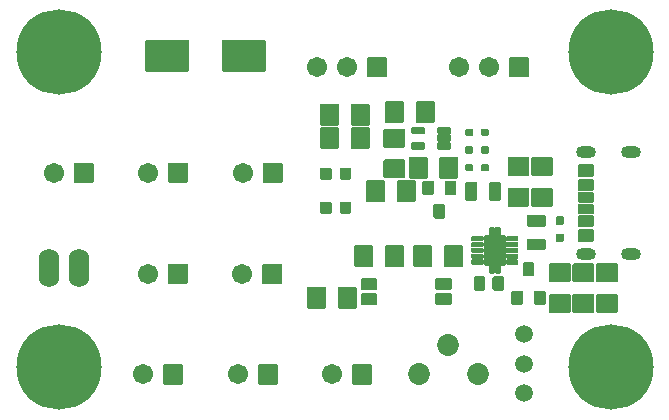
<source format=gbr>
%TF.GenerationSoftware,KiCad,Pcbnew,(5.1.10)-1*%
%TF.CreationDate,2022-12-17T00:46:14+09:00*%
%TF.ProjectId,USB_JST-XH_Converter,5553425f-4a53-4542-9d58-485f436f6e76,rev?*%
%TF.SameCoordinates,Original*%
%TF.FileFunction,Soldermask,Top*%
%TF.FilePolarity,Negative*%
%FSLAX46Y46*%
G04 Gerber Fmt 4.6, Leading zero omitted, Abs format (unit mm)*
G04 Created by KiCad (PCBNEW (5.1.10)-1) date 2022-12-17 00:46:14*
%MOMM*%
%LPD*%
G01*
G04 APERTURE LIST*
%ADD10C,7.213600*%
%ADD11C,3.200000*%
%ADD12O,1.700000X1.000000*%
%ADD13C,1.711200*%
%ADD14C,1.511200*%
%ADD15C,1.853200*%
%ADD16O,1.727200X3.251200*%
G04 APERTURE END LIST*
D10*
%TO.C,H1*%
X125131100Y-91628600D03*
D11*
X125131100Y-91628600D03*
%TD*%
D10*
%TO.C,H4*%
X171871100Y-118328600D03*
D11*
X171871100Y-118328600D03*
%TD*%
%TO.C,USB1*%
G36*
G01*
X170447700Y-102508600D02*
X170447700Y-103308600D01*
G75*
G02*
X170346100Y-103410200I-101600J0D01*
G01*
X169196100Y-103410200D01*
G75*
G02*
X169094500Y-103308600I0J101600D01*
G01*
X169094500Y-102508600D01*
G75*
G02*
X169196100Y-102407000I101600J0D01*
G01*
X170346100Y-102407000D01*
G75*
G02*
X170447700Y-102508600I0J-101600D01*
G01*
G37*
G36*
G01*
X170447700Y-103578600D02*
X170447700Y-104278600D01*
G75*
G02*
X170346100Y-104380200I-101600J0D01*
G01*
X169196100Y-104380200D01*
G75*
G02*
X169094500Y-104278600I0J101600D01*
G01*
X169094500Y-103578600D01*
G75*
G02*
X169196100Y-103477000I101600J0D01*
G01*
X170346100Y-103477000D01*
G75*
G02*
X170447700Y-103578600I0J-101600D01*
G01*
G37*
G36*
G01*
X170447700Y-104578600D02*
X170447700Y-105278600D01*
G75*
G02*
X170346100Y-105380200I-101600J0D01*
G01*
X169196100Y-105380200D01*
G75*
G02*
X169094500Y-105278600I0J101600D01*
G01*
X169094500Y-104578600D01*
G75*
G02*
X169196100Y-104477000I101600J0D01*
G01*
X170346100Y-104477000D01*
G75*
G02*
X170447700Y-104578600I0J-101600D01*
G01*
G37*
G36*
G01*
X170447700Y-105548600D02*
X170447700Y-106348600D01*
G75*
G02*
X170346100Y-106450200I-101600J0D01*
G01*
X169196100Y-106450200D01*
G75*
G02*
X169094500Y-106348600I0J101600D01*
G01*
X169094500Y-105548600D01*
G75*
G02*
X169196100Y-105447000I101600J0D01*
G01*
X170346100Y-105447000D01*
G75*
G02*
X170447700Y-105548600I0J-101600D01*
G01*
G37*
G36*
G01*
X170447700Y-101228600D02*
X170447700Y-102128600D01*
G75*
G02*
X170346100Y-102230200I-101600J0D01*
G01*
X169196100Y-102230200D01*
G75*
G02*
X169094500Y-102128600I0J101600D01*
G01*
X169094500Y-101228600D01*
G75*
G02*
X169196100Y-101127000I101600J0D01*
G01*
X170346100Y-101127000D01*
G75*
G02*
X170447700Y-101228600I0J-101600D01*
G01*
G37*
G36*
G01*
X170447700Y-106728600D02*
X170447700Y-107628600D01*
G75*
G02*
X170346100Y-107730200I-101600J0D01*
G01*
X169196100Y-107730200D01*
G75*
G02*
X169094500Y-107628600I0J101600D01*
G01*
X169094500Y-106728600D01*
G75*
G02*
X169196100Y-106627000I101600J0D01*
G01*
X170346100Y-106627000D01*
G75*
G02*
X170447700Y-106728600I0J-101600D01*
G01*
G37*
D12*
X169771100Y-108748600D03*
X173571100Y-108748600D03*
X173571100Y-100108600D03*
X169771100Y-100108600D03*
%TD*%
%TO.C,PORT1*%
G36*
G01*
X126398400Y-102608000D02*
X126398400Y-101100000D01*
G75*
G02*
X126500000Y-100998400I101600J0D01*
G01*
X128008000Y-100998400D01*
G75*
G02*
X128109600Y-101100000I0J-101600D01*
G01*
X128109600Y-102608000D01*
G75*
G02*
X128008000Y-102709600I-101600J0D01*
G01*
X126500000Y-102709600D01*
G75*
G02*
X126398400Y-102608000I0J101600D01*
G01*
G37*
D13*
X124714000Y-101854000D03*
%TD*%
%TO.C,PORT2*%
G36*
G01*
X134375500Y-102608000D02*
X134375500Y-101100000D01*
G75*
G02*
X134477100Y-100998400I101600J0D01*
G01*
X135985100Y-100998400D01*
G75*
G02*
X136086700Y-101100000I0J-101600D01*
G01*
X136086700Y-102608000D01*
G75*
G02*
X135985100Y-102709600I-101600J0D01*
G01*
X134477100Y-102709600D01*
G75*
G02*
X134375500Y-102608000I0J101600D01*
G01*
G37*
X132691100Y-101854000D03*
%TD*%
%TO.C,PORT3*%
G36*
G01*
X142400400Y-102608000D02*
X142400400Y-101100000D01*
G75*
G02*
X142502000Y-100998400I101600J0D01*
G01*
X144010000Y-100998400D01*
G75*
G02*
X144111600Y-101100000I0J-101600D01*
G01*
X144111600Y-102608000D01*
G75*
G02*
X144010000Y-102709600I-101600J0D01*
G01*
X142502000Y-102709600D01*
G75*
G02*
X142400400Y-102608000I0J101600D01*
G01*
G37*
X140716000Y-101854000D03*
%TD*%
%TO.C,PORT4*%
G36*
G01*
X134385500Y-111172600D02*
X134385500Y-109664600D01*
G75*
G02*
X134487100Y-109563000I101600J0D01*
G01*
X135995100Y-109563000D01*
G75*
G02*
X136096700Y-109664600I0J-101600D01*
G01*
X136096700Y-111172600D01*
G75*
G02*
X135995100Y-111274200I-101600J0D01*
G01*
X134487100Y-111274200D01*
G75*
G02*
X134385500Y-111172600I0J101600D01*
G01*
G37*
X132701100Y-110418600D03*
%TD*%
%TO.C,PORT5*%
G36*
G01*
X142375500Y-111202600D02*
X142375500Y-109694600D01*
G75*
G02*
X142477100Y-109593000I101600J0D01*
G01*
X143985100Y-109593000D01*
G75*
G02*
X144086700Y-109694600I0J-101600D01*
G01*
X144086700Y-111202600D01*
G75*
G02*
X143985100Y-111304200I-101600J0D01*
G01*
X142477100Y-111304200D01*
G75*
G02*
X142375500Y-111202600I0J101600D01*
G01*
G37*
X140691100Y-110448600D03*
%TD*%
D14*
%TO.C,SW1*%
X164571100Y-120518600D03*
X164571100Y-115518600D03*
X164571100Y-118018600D03*
%TD*%
%TO.C,SW2*%
G36*
G01*
X149021100Y-101427000D02*
X149821100Y-101427000D01*
G75*
G02*
X149922700Y-101528600I0J-101600D01*
G01*
X149922700Y-102328600D01*
G75*
G02*
X149821100Y-102430200I-101600J0D01*
G01*
X149021100Y-102430200D01*
G75*
G02*
X148919500Y-102328600I0J101600D01*
G01*
X148919500Y-101528600D01*
G75*
G02*
X149021100Y-101427000I101600J0D01*
G01*
G37*
G36*
G01*
X147371100Y-101427000D02*
X148171100Y-101427000D01*
G75*
G02*
X148272700Y-101528600I0J-101600D01*
G01*
X148272700Y-102328600D01*
G75*
G02*
X148171100Y-102430200I-101600J0D01*
G01*
X147371100Y-102430200D01*
G75*
G02*
X147269500Y-102328600I0J101600D01*
G01*
X147269500Y-101528600D01*
G75*
G02*
X147371100Y-101427000I101600J0D01*
G01*
G37*
%TD*%
%TO.C,R2*%
G36*
G01*
X149869500Y-97753601D02*
X149869500Y-96103599D01*
G75*
G02*
X149971099Y-96002000I101599J0D01*
G01*
X151371101Y-96002000D01*
G75*
G02*
X151472700Y-96103599I0J-101599D01*
G01*
X151472700Y-97753601D01*
G75*
G02*
X151371101Y-97855200I-101599J0D01*
G01*
X149971099Y-97855200D01*
G75*
G02*
X149869500Y-97753601I0J101599D01*
G01*
G37*
G36*
G01*
X147269500Y-97753601D02*
X147269500Y-96103599D01*
G75*
G02*
X147371099Y-96002000I101599J0D01*
G01*
X148771101Y-96002000D01*
G75*
G02*
X148872700Y-96103599I0J-101599D01*
G01*
X148872700Y-97753601D01*
G75*
G02*
X148771101Y-97855200I-101599J0D01*
G01*
X147371099Y-97855200D01*
G75*
G02*
X147269500Y-97753601I0J101599D01*
G01*
G37*
%TD*%
D10*
%TO.C,H2*%
X125131100Y-118328600D03*
D11*
X125131100Y-118328600D03*
%TD*%
D10*
%TO.C,H3*%
X171871100Y-91628600D03*
D11*
X171871100Y-91628600D03*
%TD*%
%TO.C,R3*%
G36*
G01*
X164896101Y-102130200D02*
X163246099Y-102130200D01*
G75*
G02*
X163144500Y-102028601I0J101599D01*
G01*
X163144500Y-100628599D01*
G75*
G02*
X163246099Y-100527000I101599J0D01*
G01*
X164896101Y-100527000D01*
G75*
G02*
X164997700Y-100628599I0J-101599D01*
G01*
X164997700Y-102028601D01*
G75*
G02*
X164896101Y-102130200I-101599J0D01*
G01*
G37*
G36*
G01*
X164896101Y-104730200D02*
X163246099Y-104730200D01*
G75*
G02*
X163144500Y-104628601I0J101599D01*
G01*
X163144500Y-103228599D01*
G75*
G02*
X163246099Y-103127000I101599J0D01*
G01*
X164896101Y-103127000D01*
G75*
G02*
X164997700Y-103228599I0J-101599D01*
G01*
X164997700Y-104628601D01*
G75*
G02*
X164896101Y-104730200I-101599J0D01*
G01*
G37*
%TD*%
%TO.C,R4*%
G36*
G01*
X166896101Y-102130200D02*
X165246099Y-102130200D01*
G75*
G02*
X165144500Y-102028601I0J101599D01*
G01*
X165144500Y-100628599D01*
G75*
G02*
X165246099Y-100527000I101599J0D01*
G01*
X166896101Y-100527000D01*
G75*
G02*
X166997700Y-100628599I0J-101599D01*
G01*
X166997700Y-102028601D01*
G75*
G02*
X166896101Y-102130200I-101599J0D01*
G01*
G37*
G36*
G01*
X166896101Y-104730200D02*
X165246099Y-104730200D01*
G75*
G02*
X165144500Y-104628601I0J101599D01*
G01*
X165144500Y-103228599D01*
G75*
G02*
X165246099Y-103127000I101599J0D01*
G01*
X166896101Y-103127000D01*
G75*
G02*
X166997700Y-103228599I0J-101599D01*
G01*
X166997700Y-104628601D01*
G75*
G02*
X166896101Y-104730200I-101599J0D01*
G01*
G37*
%TD*%
%TO.C,SWITCH*%
G36*
G01*
X133985500Y-119682600D02*
X133985500Y-118174600D01*
G75*
G02*
X134087100Y-118073000I101600J0D01*
G01*
X135595100Y-118073000D01*
G75*
G02*
X135696700Y-118174600I0J-101600D01*
G01*
X135696700Y-119682600D01*
G75*
G02*
X135595100Y-119784200I-101600J0D01*
G01*
X134087100Y-119784200D01*
G75*
G02*
X133985500Y-119682600I0J101600D01*
G01*
G37*
D13*
X132301100Y-118928600D03*
%TD*%
%TO.C,CTRL*%
G36*
G01*
X141985500Y-119682600D02*
X141985500Y-118174600D01*
G75*
G02*
X142087100Y-118073000I101600J0D01*
G01*
X143595100Y-118073000D01*
G75*
G02*
X143696700Y-118174600I0J-101600D01*
G01*
X143696700Y-119682600D01*
G75*
G02*
X143595100Y-119784200I-101600J0D01*
G01*
X142087100Y-119784200D01*
G75*
G02*
X141985500Y-119682600I0J101600D01*
G01*
G37*
X140301100Y-118928600D03*
%TD*%
%TO.C,CTRLSP*%
G36*
G01*
X149985500Y-119682600D02*
X149985500Y-118174600D01*
G75*
G02*
X150087100Y-118073000I101600J0D01*
G01*
X151595100Y-118073000D01*
G75*
G02*
X151696700Y-118174600I0J-101600D01*
G01*
X151696700Y-119682600D01*
G75*
G02*
X151595100Y-119784200I-101600J0D01*
G01*
X150087100Y-119784200D01*
G75*
G02*
X149985500Y-119682600I0J101600D01*
G01*
G37*
X148301100Y-118928600D03*
%TD*%
%TO.C,C1*%
G36*
G01*
X161569500Y-104128600D02*
X161569500Y-102728600D01*
G75*
G02*
X161671100Y-102627000I101600J0D01*
G01*
X162471100Y-102627000D01*
G75*
G02*
X162572700Y-102728600I0J-101600D01*
G01*
X162572700Y-104128600D01*
G75*
G02*
X162471100Y-104230200I-101600J0D01*
G01*
X161671100Y-104230200D01*
G75*
G02*
X161569500Y-104128600I0J101600D01*
G01*
G37*
G36*
G01*
X159569500Y-104128600D02*
X159569500Y-102728600D01*
G75*
G02*
X159671100Y-102627000I101600J0D01*
G01*
X160471100Y-102627000D01*
G75*
G02*
X160572700Y-102728600I0J-101600D01*
G01*
X160572700Y-104128600D01*
G75*
G02*
X160471100Y-104230200I-101600J0D01*
G01*
X159671100Y-104230200D01*
G75*
G02*
X159569500Y-104128600I0J101600D01*
G01*
G37*
%TD*%
%TO.C,C2*%
G36*
G01*
X164871100Y-107427000D02*
X166271100Y-107427000D01*
G75*
G02*
X166372700Y-107528600I0J-101600D01*
G01*
X166372700Y-108328600D01*
G75*
G02*
X166271100Y-108430200I-101600J0D01*
G01*
X164871100Y-108430200D01*
G75*
G02*
X164769500Y-108328600I0J101600D01*
G01*
X164769500Y-107528600D01*
G75*
G02*
X164871100Y-107427000I101600J0D01*
G01*
G37*
G36*
G01*
X164871100Y-105427000D02*
X166271100Y-105427000D01*
G75*
G02*
X166372700Y-105528600I0J-101600D01*
G01*
X166372700Y-106328600D01*
G75*
G02*
X166271100Y-106430200I-101600J0D01*
G01*
X164871100Y-106430200D01*
G75*
G02*
X164769500Y-106328600I0J101600D01*
G01*
X164769500Y-105528600D01*
G75*
G02*
X164871100Y-105427000I101600J0D01*
G01*
G37*
%TD*%
%TO.C,R6*%
G36*
G01*
X172396101Y-111130200D02*
X170746099Y-111130200D01*
G75*
G02*
X170644500Y-111028601I0J101599D01*
G01*
X170644500Y-109628599D01*
G75*
G02*
X170746099Y-109527000I101599J0D01*
G01*
X172396101Y-109527000D01*
G75*
G02*
X172497700Y-109628599I0J-101599D01*
G01*
X172497700Y-111028601D01*
G75*
G02*
X172396101Y-111130200I-101599J0D01*
G01*
G37*
G36*
G01*
X172396101Y-113730200D02*
X170746099Y-113730200D01*
G75*
G02*
X170644500Y-113628601I0J101599D01*
G01*
X170644500Y-112228599D01*
G75*
G02*
X170746099Y-112127000I101599J0D01*
G01*
X172396101Y-112127000D01*
G75*
G02*
X172497700Y-112228599I0J-101599D01*
G01*
X172497700Y-113628601D01*
G75*
G02*
X172396101Y-113730200I-101599J0D01*
G01*
G37*
%TD*%
%TO.C,R7*%
G36*
G01*
X168396101Y-111130200D02*
X166746099Y-111130200D01*
G75*
G02*
X166644500Y-111028601I0J101599D01*
G01*
X166644500Y-109628599D01*
G75*
G02*
X166746099Y-109527000I101599J0D01*
G01*
X168396101Y-109527000D01*
G75*
G02*
X168497700Y-109628599I0J-101599D01*
G01*
X168497700Y-111028601D01*
G75*
G02*
X168396101Y-111130200I-101599J0D01*
G01*
G37*
G36*
G01*
X168396101Y-113730200D02*
X166746099Y-113730200D01*
G75*
G02*
X166644500Y-113628601I0J101599D01*
G01*
X166644500Y-112228599D01*
G75*
G02*
X166746099Y-112127000I101599J0D01*
G01*
X168396101Y-112127000D01*
G75*
G02*
X168497700Y-112228599I0J-101599D01*
G01*
X168497700Y-113628601D01*
G75*
G02*
X168396101Y-113730200I-101599J0D01*
G01*
G37*
%TD*%
%TO.C,R8*%
G36*
G01*
X152746099Y-100727000D02*
X154396101Y-100727000D01*
G75*
G02*
X154497700Y-100828599I0J-101599D01*
G01*
X154497700Y-102228601D01*
G75*
G02*
X154396101Y-102330200I-101599J0D01*
G01*
X152746099Y-102330200D01*
G75*
G02*
X152644500Y-102228601I0J101599D01*
G01*
X152644500Y-100828599D01*
G75*
G02*
X152746099Y-100727000I101599J0D01*
G01*
G37*
G36*
G01*
X152746099Y-98127000D02*
X154396101Y-98127000D01*
G75*
G02*
X154497700Y-98228599I0J-101599D01*
G01*
X154497700Y-99628601D01*
G75*
G02*
X154396101Y-99730200I-101599J0D01*
G01*
X152746099Y-99730200D01*
G75*
G02*
X152644500Y-99628601I0J101599D01*
G01*
X152644500Y-98228599D01*
G75*
G02*
X152746099Y-98127000I101599J0D01*
G01*
G37*
%TD*%
%TO.C,R9*%
G36*
G01*
X155369500Y-97553601D02*
X155369500Y-95903599D01*
G75*
G02*
X155471099Y-95802000I101599J0D01*
G01*
X156871101Y-95802000D01*
G75*
G02*
X156972700Y-95903599I0J-101599D01*
G01*
X156972700Y-97553601D01*
G75*
G02*
X156871101Y-97655200I-101599J0D01*
G01*
X155471099Y-97655200D01*
G75*
G02*
X155369500Y-97553601I0J101599D01*
G01*
G37*
G36*
G01*
X152769500Y-97553601D02*
X152769500Y-95903599D01*
G75*
G02*
X152871099Y-95802000I101599J0D01*
G01*
X154271101Y-95802000D01*
G75*
G02*
X154372700Y-95903599I0J-101599D01*
G01*
X154372700Y-97553601D01*
G75*
G02*
X154271101Y-97655200I-101599J0D01*
G01*
X152871099Y-97655200D01*
G75*
G02*
X152769500Y-97553601I0J101599D01*
G01*
G37*
%TD*%
%TO.C,R10*%
G36*
G01*
X157369500Y-102253601D02*
X157369500Y-100603599D01*
G75*
G02*
X157471099Y-100502000I101599J0D01*
G01*
X158871101Y-100502000D01*
G75*
G02*
X158972700Y-100603599I0J-101599D01*
G01*
X158972700Y-102253601D01*
G75*
G02*
X158871101Y-102355200I-101599J0D01*
G01*
X157471099Y-102355200D01*
G75*
G02*
X157369500Y-102253601I0J101599D01*
G01*
G37*
G36*
G01*
X154769500Y-102253601D02*
X154769500Y-100603599D01*
G75*
G02*
X154871099Y-100502000I101599J0D01*
G01*
X156271101Y-100502000D01*
G75*
G02*
X156372700Y-100603599I0J-101599D01*
G01*
X156372700Y-102253601D01*
G75*
G02*
X156271101Y-102355200I-101599J0D01*
G01*
X154871099Y-102355200D01*
G75*
G02*
X154769500Y-102253601I0J101599D01*
G01*
G37*
%TD*%
%TO.C,R11*%
G36*
G01*
X152772700Y-102603599D02*
X152772700Y-104253601D01*
G75*
G02*
X152671101Y-104355200I-101599J0D01*
G01*
X151271099Y-104355200D01*
G75*
G02*
X151169500Y-104253601I0J101599D01*
G01*
X151169500Y-102603599D01*
G75*
G02*
X151271099Y-102502000I101599J0D01*
G01*
X152671101Y-102502000D01*
G75*
G02*
X152772700Y-102603599I0J-101599D01*
G01*
G37*
G36*
G01*
X155372700Y-102603599D02*
X155372700Y-104253601D01*
G75*
G02*
X155271101Y-104355200I-101599J0D01*
G01*
X153871099Y-104355200D01*
G75*
G02*
X153769500Y-104253601I0J101599D01*
G01*
X153769500Y-102603599D01*
G75*
G02*
X153871099Y-102502000I101599J0D01*
G01*
X155271101Y-102502000D01*
G75*
G02*
X155372700Y-102603599I0J-101599D01*
G01*
G37*
%TD*%
%TO.C,R12*%
G36*
G01*
X151772700Y-108103599D02*
X151772700Y-109753601D01*
G75*
G02*
X151671101Y-109855200I-101599J0D01*
G01*
X150271099Y-109855200D01*
G75*
G02*
X150169500Y-109753601I0J101599D01*
G01*
X150169500Y-108103599D01*
G75*
G02*
X150271099Y-108002000I101599J0D01*
G01*
X151671101Y-108002000D01*
G75*
G02*
X151772700Y-108103599I0J-101599D01*
G01*
G37*
G36*
G01*
X154372700Y-108103599D02*
X154372700Y-109753601D01*
G75*
G02*
X154271101Y-109855200I-101599J0D01*
G01*
X152871099Y-109855200D01*
G75*
G02*
X152769500Y-109753601I0J101599D01*
G01*
X152769500Y-108103599D01*
G75*
G02*
X152871099Y-108002000I101599J0D01*
G01*
X154271101Y-108002000D01*
G75*
G02*
X154372700Y-108103599I0J-101599D01*
G01*
G37*
%TD*%
%TO.C,R13*%
G36*
G01*
X156772700Y-108103599D02*
X156772700Y-109753601D01*
G75*
G02*
X156671101Y-109855200I-101599J0D01*
G01*
X155271099Y-109855200D01*
G75*
G02*
X155169500Y-109753601I0J101599D01*
G01*
X155169500Y-108103599D01*
G75*
G02*
X155271099Y-108002000I101599J0D01*
G01*
X156671101Y-108002000D01*
G75*
G02*
X156772700Y-108103599I0J-101599D01*
G01*
G37*
G36*
G01*
X159372700Y-108103599D02*
X159372700Y-109753601D01*
G75*
G02*
X159271101Y-109855200I-101599J0D01*
G01*
X157871099Y-109855200D01*
G75*
G02*
X157769500Y-109753601I0J101599D01*
G01*
X157769500Y-108103599D01*
G75*
G02*
X157871099Y-108002000I101599J0D01*
G01*
X159271101Y-108002000D01*
G75*
G02*
X159372700Y-108103599I0J-101599D01*
G01*
G37*
%TD*%
%TO.C,U2*%
G36*
G01*
X157019500Y-111693600D02*
X157019500Y-110893600D01*
G75*
G02*
X157121100Y-110792000I101600J0D01*
G01*
X158321100Y-110792000D01*
G75*
G02*
X158422700Y-110893600I0J-101600D01*
G01*
X158422700Y-111693600D01*
G75*
G02*
X158321100Y-111795200I-101600J0D01*
G01*
X157121100Y-111795200D01*
G75*
G02*
X157019500Y-111693600I0J101600D01*
G01*
G37*
G36*
G01*
X157019500Y-112963600D02*
X157019500Y-112163600D01*
G75*
G02*
X157121100Y-112062000I101600J0D01*
G01*
X158321100Y-112062000D01*
G75*
G02*
X158422700Y-112163600I0J-101600D01*
G01*
X158422700Y-112963600D01*
G75*
G02*
X158321100Y-113065200I-101600J0D01*
G01*
X157121100Y-113065200D01*
G75*
G02*
X157019500Y-112963600I0J101600D01*
G01*
G37*
G36*
G01*
X150719500Y-112963600D02*
X150719500Y-112163600D01*
G75*
G02*
X150821100Y-112062000I101600J0D01*
G01*
X152021100Y-112062000D01*
G75*
G02*
X152122700Y-112163600I0J-101600D01*
G01*
X152122700Y-112963600D01*
G75*
G02*
X152021100Y-113065200I-101600J0D01*
G01*
X150821100Y-113065200D01*
G75*
G02*
X150719500Y-112963600I0J101600D01*
G01*
G37*
G36*
G01*
X150719500Y-111693600D02*
X150719500Y-110893600D01*
G75*
G02*
X150821100Y-110792000I101600J0D01*
G01*
X152021100Y-110792000D01*
G75*
G02*
X152122700Y-110893600I0J-101600D01*
G01*
X152122700Y-111693600D01*
G75*
G02*
X152021100Y-111795200I-101600J0D01*
G01*
X150821100Y-111795200D01*
G75*
G02*
X150719500Y-111693600I0J101600D01*
G01*
G37*
%TD*%
D15*
%TO.C,TP1*%
X155621100Y-118928600D03*
X158121100Y-116428600D03*
X160621100Y-118928600D03*
%TD*%
%TO.C,R5*%
G36*
G01*
X147772700Y-111603599D02*
X147772700Y-113253601D01*
G75*
G02*
X147671101Y-113355200I-101599J0D01*
G01*
X146271099Y-113355200D01*
G75*
G02*
X146169500Y-113253601I0J101599D01*
G01*
X146169500Y-111603599D01*
G75*
G02*
X146271099Y-111502000I101599J0D01*
G01*
X147671101Y-111502000D01*
G75*
G02*
X147772700Y-111603599I0J-101599D01*
G01*
G37*
G36*
G01*
X150372700Y-111603599D02*
X150372700Y-113253601D01*
G75*
G02*
X150271101Y-113355200I-101599J0D01*
G01*
X148871099Y-113355200D01*
G75*
G02*
X148769500Y-113253601I0J101599D01*
G01*
X148769500Y-111603599D01*
G75*
G02*
X148871099Y-111502000I101599J0D01*
G01*
X150271101Y-111502000D01*
G75*
G02*
X150372700Y-111603599I0J-101599D01*
G01*
G37*
%TD*%
%TO.C,R14*%
G36*
G01*
X170396101Y-111130200D02*
X168746099Y-111130200D01*
G75*
G02*
X168644500Y-111028601I0J101599D01*
G01*
X168644500Y-109628599D01*
G75*
G02*
X168746099Y-109527000I101599J0D01*
G01*
X170396101Y-109527000D01*
G75*
G02*
X170497700Y-109628599I0J-101599D01*
G01*
X170497700Y-111028601D01*
G75*
G02*
X170396101Y-111130200I-101599J0D01*
G01*
G37*
G36*
G01*
X170396101Y-113730200D02*
X168746099Y-113730200D01*
G75*
G02*
X168644500Y-113628601I0J101599D01*
G01*
X168644500Y-112228599D01*
G75*
G02*
X168746099Y-112127000I101599J0D01*
G01*
X170396101Y-112127000D01*
G75*
G02*
X170497700Y-112228599I0J-101599D01*
G01*
X170497700Y-113628601D01*
G75*
G02*
X170396101Y-113730200I-101599J0D01*
G01*
G37*
%TD*%
D16*
%TO.C,JP1*%
X124301100Y-109928600D03*
X126841100Y-109928600D03*
%TD*%
%TO.C,TR1*%
G36*
G01*
X165321100Y-110630200D02*
X164521100Y-110630200D01*
G75*
G02*
X164419500Y-110528600I0J101600D01*
G01*
X164419500Y-109528600D01*
G75*
G02*
X164521100Y-109427000I101600J0D01*
G01*
X165321100Y-109427000D01*
G75*
G02*
X165422700Y-109528600I0J-101600D01*
G01*
X165422700Y-110528600D01*
G75*
G02*
X165321100Y-110630200I-101600J0D01*
G01*
G37*
G36*
G01*
X164371100Y-113030200D02*
X163571100Y-113030200D01*
G75*
G02*
X163469500Y-112928600I0J101600D01*
G01*
X163469500Y-111928600D01*
G75*
G02*
X163571100Y-111827000I101600J0D01*
G01*
X164371100Y-111827000D01*
G75*
G02*
X164472700Y-111928600I0J-101600D01*
G01*
X164472700Y-112928600D01*
G75*
G02*
X164371100Y-113030200I-101600J0D01*
G01*
G37*
G36*
G01*
X166271100Y-113030200D02*
X165471100Y-113030200D01*
G75*
G02*
X165369500Y-112928600I0J101600D01*
G01*
X165369500Y-111928600D01*
G75*
G02*
X165471100Y-111827000I101600J0D01*
G01*
X166271100Y-111827000D01*
G75*
G02*
X166372700Y-111928600I0J-101600D01*
G01*
X166372700Y-112928600D01*
G75*
G02*
X166271100Y-113030200I-101600J0D01*
G01*
G37*
%TD*%
%TO.C,D2*%
G36*
G01*
X167321100Y-106997000D02*
X167821100Y-106997000D01*
G75*
G02*
X167922700Y-107098600I0J-101600D01*
G01*
X167922700Y-107628600D01*
G75*
G02*
X167821100Y-107730200I-101600J0D01*
G01*
X167321100Y-107730200D01*
G75*
G02*
X167219500Y-107628600I0J101600D01*
G01*
X167219500Y-107098600D01*
G75*
G02*
X167321100Y-106997000I101600J0D01*
G01*
G37*
G36*
G01*
X167321100Y-105527000D02*
X167821100Y-105527000D01*
G75*
G02*
X167922700Y-105628600I0J-101600D01*
G01*
X167922700Y-106158600D01*
G75*
G02*
X167821100Y-106260200I-101600J0D01*
G01*
X167321100Y-106260200D01*
G75*
G02*
X167219500Y-106158600I0J101600D01*
G01*
X167219500Y-105628600D01*
G75*
G02*
X167321100Y-105527000I101600J0D01*
G01*
G37*
%TD*%
%TO.C,D1*%
G36*
G01*
X160889500Y-101628600D02*
X160889500Y-101228600D01*
G75*
G02*
X160991100Y-101127000I101600J0D01*
G01*
X161471100Y-101127000D01*
G75*
G02*
X161572700Y-101228600I0J-101600D01*
G01*
X161572700Y-101628600D01*
G75*
G02*
X161471100Y-101730200I-101600J0D01*
G01*
X160991100Y-101730200D01*
G75*
G02*
X160889500Y-101628600I0J101600D01*
G01*
G37*
G36*
G01*
X159569500Y-101628600D02*
X159569500Y-101228600D01*
G75*
G02*
X159671100Y-101127000I101600J0D01*
G01*
X160151100Y-101127000D01*
G75*
G02*
X160252700Y-101228600I0J-101600D01*
G01*
X160252700Y-101628600D01*
G75*
G02*
X160151100Y-101730200I-101600J0D01*
G01*
X159671100Y-101730200D01*
G75*
G02*
X159569500Y-101628600I0J101600D01*
G01*
G37*
%TD*%
%TO.C,D3*%
G36*
G01*
X160889500Y-100128600D02*
X160889500Y-99728600D01*
G75*
G02*
X160991100Y-99627000I101600J0D01*
G01*
X161471100Y-99627000D01*
G75*
G02*
X161572700Y-99728600I0J-101600D01*
G01*
X161572700Y-100128600D01*
G75*
G02*
X161471100Y-100230200I-101600J0D01*
G01*
X160991100Y-100230200D01*
G75*
G02*
X160889500Y-100128600I0J101600D01*
G01*
G37*
G36*
G01*
X159569500Y-100128600D02*
X159569500Y-99728600D01*
G75*
G02*
X159671100Y-99627000I101600J0D01*
G01*
X160151100Y-99627000D01*
G75*
G02*
X160252700Y-99728600I0J-101600D01*
G01*
X160252700Y-100128600D01*
G75*
G02*
X160151100Y-100230200I-101600J0D01*
G01*
X159671100Y-100230200D01*
G75*
G02*
X159569500Y-100128600I0J101600D01*
G01*
G37*
%TD*%
%TO.C,D4*%
G36*
G01*
X160889500Y-98628600D02*
X160889500Y-98228600D01*
G75*
G02*
X160991100Y-98127000I101600J0D01*
G01*
X161471100Y-98127000D01*
G75*
G02*
X161572700Y-98228600I0J-101600D01*
G01*
X161572700Y-98628600D01*
G75*
G02*
X161471100Y-98730200I-101600J0D01*
G01*
X160991100Y-98730200D01*
G75*
G02*
X160889500Y-98628600I0J101600D01*
G01*
G37*
G36*
G01*
X159569500Y-98628600D02*
X159569500Y-98228600D01*
G75*
G02*
X159671100Y-98127000I101600J0D01*
G01*
X160151100Y-98127000D01*
G75*
G02*
X160252700Y-98228600I0J-101600D01*
G01*
X160252700Y-98628600D01*
G75*
G02*
X160151100Y-98730200I-101600J0D01*
G01*
X159671100Y-98730200D01*
G75*
G02*
X159569500Y-98628600I0J101600D01*
G01*
G37*
%TD*%
%TO.C,COMP1*%
G36*
G01*
X157296100Y-99252000D02*
X158246100Y-99252000D01*
G75*
G02*
X158347700Y-99353600I0J-101600D01*
G01*
X158347700Y-99803600D01*
G75*
G02*
X158246100Y-99905200I-101600J0D01*
G01*
X157296100Y-99905200D01*
G75*
G02*
X157194500Y-99803600I0J101600D01*
G01*
X157194500Y-99353600D01*
G75*
G02*
X157296100Y-99252000I101600J0D01*
G01*
G37*
G36*
G01*
X157296100Y-98602000D02*
X158246100Y-98602000D01*
G75*
G02*
X158347700Y-98703600I0J-101600D01*
G01*
X158347700Y-99153600D01*
G75*
G02*
X158246100Y-99255200I-101600J0D01*
G01*
X157296100Y-99255200D01*
G75*
G02*
X157194500Y-99153600I0J101600D01*
G01*
X157194500Y-98703600D01*
G75*
G02*
X157296100Y-98602000I101600J0D01*
G01*
G37*
G36*
G01*
X157296100Y-97952000D02*
X158246100Y-97952000D01*
G75*
G02*
X158347700Y-98053600I0J-101600D01*
G01*
X158347700Y-98503600D01*
G75*
G02*
X158246100Y-98605200I-101600J0D01*
G01*
X157296100Y-98605200D01*
G75*
G02*
X157194500Y-98503600I0J101600D01*
G01*
X157194500Y-98053600D01*
G75*
G02*
X157296100Y-97952000I101600J0D01*
G01*
G37*
G36*
G01*
X155096100Y-99252000D02*
X156046100Y-99252000D01*
G75*
G02*
X156147700Y-99353600I0J-101600D01*
G01*
X156147700Y-99803600D01*
G75*
G02*
X156046100Y-99905200I-101600J0D01*
G01*
X155096100Y-99905200D01*
G75*
G02*
X154994500Y-99803600I0J101600D01*
G01*
X154994500Y-99353600D01*
G75*
G02*
X155096100Y-99252000I101600J0D01*
G01*
G37*
G36*
G01*
X155096100Y-97952000D02*
X156046100Y-97952000D01*
G75*
G02*
X156147700Y-98053600I0J-101600D01*
G01*
X156147700Y-98503600D01*
G75*
G02*
X156046100Y-98605200I-101600J0D01*
G01*
X155096100Y-98605200D01*
G75*
G02*
X154994500Y-98503600I0J101600D01*
G01*
X154994500Y-98053600D01*
G75*
G02*
X155096100Y-97952000I101600J0D01*
G01*
G37*
%TD*%
%TO.C,POW1*%
G36*
G01*
X149021100Y-104298400D02*
X149821100Y-104298400D01*
G75*
G02*
X149922700Y-104400000I0J-101600D01*
G01*
X149922700Y-105200000D01*
G75*
G02*
X149821100Y-105301600I-101600J0D01*
G01*
X149021100Y-105301600D01*
G75*
G02*
X148919500Y-105200000I0J101600D01*
G01*
X148919500Y-104400000D01*
G75*
G02*
X149021100Y-104298400I101600J0D01*
G01*
G37*
G36*
G01*
X147371100Y-104298400D02*
X148171100Y-104298400D01*
G75*
G02*
X148272700Y-104400000I0J-101600D01*
G01*
X148272700Y-105200000D01*
G75*
G02*
X148171100Y-105301600I-101600J0D01*
G01*
X147371100Y-105301600D01*
G75*
G02*
X147269500Y-105200000I0J101600D01*
G01*
X147269500Y-104400000D01*
G75*
G02*
X147371100Y-104298400I101600J0D01*
G01*
G37*
%TD*%
%TO.C,R1*%
G36*
G01*
X149869500Y-99753601D02*
X149869500Y-98103599D01*
G75*
G02*
X149971099Y-98002000I101599J0D01*
G01*
X151371101Y-98002000D01*
G75*
G02*
X151472700Y-98103599I0J-101599D01*
G01*
X151472700Y-99753601D01*
G75*
G02*
X151371101Y-99855200I-101599J0D01*
G01*
X149971099Y-99855200D01*
G75*
G02*
X149869500Y-99753601I0J101599D01*
G01*
G37*
G36*
G01*
X147269500Y-99753601D02*
X147269500Y-98103599D01*
G75*
G02*
X147371099Y-98002000I101599J0D01*
G01*
X148771101Y-98002000D01*
G75*
G02*
X148872700Y-98103599I0J-101599D01*
G01*
X148872700Y-99753601D01*
G75*
G02*
X148771101Y-99855200I-101599J0D01*
G01*
X147371099Y-99855200D01*
G75*
G02*
X147269500Y-99753601I0J101599D01*
G01*
G37*
%TD*%
%TO.C,POWER*%
G36*
G01*
X151255500Y-93682600D02*
X151255500Y-92174600D01*
G75*
G02*
X151357100Y-92073000I101600J0D01*
G01*
X152865100Y-92073000D01*
G75*
G02*
X152966700Y-92174600I0J-101600D01*
G01*
X152966700Y-93682600D01*
G75*
G02*
X152865100Y-93784200I-101600J0D01*
G01*
X151357100Y-93784200D01*
G75*
G02*
X151255500Y-93682600I0J101600D01*
G01*
G37*
D13*
X149571100Y-92928600D03*
X147031100Y-92928600D03*
%TD*%
%TO.C,THRU*%
G36*
G01*
X163255500Y-93682600D02*
X163255500Y-92174600D01*
G75*
G02*
X163357100Y-92073000I101600J0D01*
G01*
X164865100Y-92073000D01*
G75*
G02*
X164966700Y-92174600I0J-101600D01*
G01*
X164966700Y-93682600D01*
G75*
G02*
X164865100Y-93784200I-101600J0D01*
G01*
X163357100Y-93784200D01*
G75*
G02*
X163255500Y-93682600I0J101600D01*
G01*
G37*
X161571100Y-92928600D03*
X159031100Y-92928600D03*
%TD*%
%TO.C,FET1*%
G36*
G01*
X156922700Y-102628600D02*
X156922700Y-103628600D01*
G75*
G02*
X156821100Y-103730200I-101600J0D01*
G01*
X156021100Y-103730200D01*
G75*
G02*
X155919500Y-103628600I0J101600D01*
G01*
X155919500Y-102628600D01*
G75*
G02*
X156021100Y-102527000I101600J0D01*
G01*
X156821100Y-102527000D01*
G75*
G02*
X156922700Y-102628600I0J-101600D01*
G01*
G37*
G36*
G01*
X158822700Y-102628600D02*
X158822700Y-103628600D01*
G75*
G02*
X158721100Y-103730200I-101600J0D01*
G01*
X157921100Y-103730200D01*
G75*
G02*
X157819500Y-103628600I0J101600D01*
G01*
X157819500Y-102628600D01*
G75*
G02*
X157921100Y-102527000I101600J0D01*
G01*
X158721100Y-102527000D01*
G75*
G02*
X158822700Y-102628600I0J-101600D01*
G01*
G37*
G36*
G01*
X157872700Y-104628600D02*
X157872700Y-105628600D01*
G75*
G02*
X157771100Y-105730200I-101600J0D01*
G01*
X156971100Y-105730200D01*
G75*
G02*
X156869500Y-105628600I0J101600D01*
G01*
X156869500Y-104628600D01*
G75*
G02*
X156971100Y-104527000I101600J0D01*
G01*
X157771100Y-104527000D01*
G75*
G02*
X157872700Y-104628600I0J-101600D01*
G01*
G37*
%TD*%
%TO.C,C3*%
G36*
G01*
X161272700Y-110728600D02*
X161272700Y-111728600D01*
G75*
G02*
X161171100Y-111830200I-101600J0D01*
G01*
X160371100Y-111830200D01*
G75*
G02*
X160269500Y-111728600I0J101600D01*
G01*
X160269500Y-110728600D01*
G75*
G02*
X160371100Y-110627000I101600J0D01*
G01*
X161171100Y-110627000D01*
G75*
G02*
X161272700Y-110728600I0J-101600D01*
G01*
G37*
G36*
G01*
X162872700Y-110728600D02*
X162872700Y-111728600D01*
G75*
G02*
X162771100Y-111830200I-101600J0D01*
G01*
X161971100Y-111830200D01*
G75*
G02*
X161869500Y-111728600I0J101600D01*
G01*
X161869500Y-110728600D01*
G75*
G02*
X161971100Y-110627000I101600J0D01*
G01*
X162771100Y-110627000D01*
G75*
G02*
X162872700Y-110728600I0J-101600D01*
G01*
G37*
%TD*%
%TO.C,C4*%
G36*
G01*
X138969500Y-93178600D02*
X138969500Y-90678600D01*
G75*
G02*
X139071100Y-90577000I101600J0D01*
G01*
X142571100Y-90577000D01*
G75*
G02*
X142672700Y-90678600I0J-101600D01*
G01*
X142672700Y-93178600D01*
G75*
G02*
X142571100Y-93280200I-101600J0D01*
G01*
X139071100Y-93280200D01*
G75*
G02*
X138969500Y-93178600I0J101600D01*
G01*
G37*
G36*
G01*
X132469500Y-93178600D02*
X132469500Y-90678600D01*
G75*
G02*
X132571100Y-90577000I101600J0D01*
G01*
X136071100Y-90577000D01*
G75*
G02*
X136172700Y-90678600I0J-101600D01*
G01*
X136172700Y-93178600D01*
G75*
G02*
X136071100Y-93280200I-101600J0D01*
G01*
X132571100Y-93280200D01*
G75*
G02*
X132469500Y-93178600I0J101600D01*
G01*
G37*
%TD*%
%TO.C,U1*%
G36*
G01*
X161122700Y-109288600D02*
X161122700Y-109568600D01*
G75*
G02*
X161021100Y-109670200I-101600J0D01*
G01*
X160171100Y-109670200D01*
G75*
G02*
X160069500Y-109568600I0J101600D01*
G01*
X160069500Y-109288600D01*
G75*
G02*
X160171100Y-109187000I101600J0D01*
G01*
X161021100Y-109187000D01*
G75*
G02*
X161122700Y-109288600I0J-101600D01*
G01*
G37*
G36*
G01*
X161122700Y-108788600D02*
X161122700Y-109068600D01*
G75*
G02*
X161021100Y-109170200I-101600J0D01*
G01*
X160171100Y-109170200D01*
G75*
G02*
X160069500Y-109068600I0J101600D01*
G01*
X160069500Y-108788600D01*
G75*
G02*
X160171100Y-108687000I101600J0D01*
G01*
X161021100Y-108687000D01*
G75*
G02*
X161122700Y-108788600I0J-101600D01*
G01*
G37*
G36*
G01*
X161122700Y-108288600D02*
X161122700Y-108568600D01*
G75*
G02*
X161021100Y-108670200I-101600J0D01*
G01*
X160171100Y-108670200D01*
G75*
G02*
X160069500Y-108568600I0J101600D01*
G01*
X160069500Y-108288600D01*
G75*
G02*
X160171100Y-108187000I101600J0D01*
G01*
X161021100Y-108187000D01*
G75*
G02*
X161122700Y-108288600I0J-101600D01*
G01*
G37*
G36*
G01*
X161122700Y-107788600D02*
X161122700Y-108068600D01*
G75*
G02*
X161021100Y-108170200I-101600J0D01*
G01*
X160171100Y-108170200D01*
G75*
G02*
X160069500Y-108068600I0J101600D01*
G01*
X160069500Y-107788600D01*
G75*
G02*
X160171100Y-107687000I101600J0D01*
G01*
X161021100Y-107687000D01*
G75*
G02*
X161122700Y-107788600I0J-101600D01*
G01*
G37*
G36*
G01*
X161122700Y-107288600D02*
X161122700Y-107568600D01*
G75*
G02*
X161021100Y-107670200I-101600J0D01*
G01*
X160171100Y-107670200D01*
G75*
G02*
X160069500Y-107568600I0J101600D01*
G01*
X160069500Y-107288600D01*
G75*
G02*
X160171100Y-107187000I101600J0D01*
G01*
X161021100Y-107187000D01*
G75*
G02*
X161122700Y-107288600I0J-101600D01*
G01*
G37*
G36*
G01*
X164072700Y-107288600D02*
X164072700Y-107568600D01*
G75*
G02*
X163971100Y-107670200I-101600J0D01*
G01*
X163121100Y-107670200D01*
G75*
G02*
X163019500Y-107568600I0J101600D01*
G01*
X163019500Y-107288600D01*
G75*
G02*
X163121100Y-107187000I101600J0D01*
G01*
X163971100Y-107187000D01*
G75*
G02*
X164072700Y-107288600I0J-101600D01*
G01*
G37*
G36*
G01*
X164072700Y-107788600D02*
X164072700Y-108068600D01*
G75*
G02*
X163971100Y-108170200I-101600J0D01*
G01*
X163121100Y-108170200D01*
G75*
G02*
X163019500Y-108068600I0J101600D01*
G01*
X163019500Y-107788600D01*
G75*
G02*
X163121100Y-107687000I101600J0D01*
G01*
X163971100Y-107687000D01*
G75*
G02*
X164072700Y-107788600I0J-101600D01*
G01*
G37*
G36*
G01*
X164072700Y-108288600D02*
X164072700Y-108568600D01*
G75*
G02*
X163971100Y-108670200I-101600J0D01*
G01*
X163121100Y-108670200D01*
G75*
G02*
X163019500Y-108568600I0J101600D01*
G01*
X163019500Y-108288600D01*
G75*
G02*
X163121100Y-108187000I101600J0D01*
G01*
X163971100Y-108187000D01*
G75*
G02*
X164072700Y-108288600I0J-101600D01*
G01*
G37*
G36*
G01*
X164072700Y-108788600D02*
X164072700Y-109068600D01*
G75*
G02*
X163971100Y-109170200I-101600J0D01*
G01*
X163121100Y-109170200D01*
G75*
G02*
X163019500Y-109068600I0J101600D01*
G01*
X163019500Y-108788600D01*
G75*
G02*
X163121100Y-108687000I101600J0D01*
G01*
X163971100Y-108687000D01*
G75*
G02*
X164072700Y-108788600I0J-101600D01*
G01*
G37*
G36*
G01*
X164072700Y-109288600D02*
X164072700Y-109568600D01*
G75*
G02*
X163971100Y-109670200I-101600J0D01*
G01*
X163121100Y-109670200D01*
G75*
G02*
X163019500Y-109568600I0J101600D01*
G01*
X163019500Y-109288600D01*
G75*
G02*
X163121100Y-109187000I101600J0D01*
G01*
X163971100Y-109187000D01*
G75*
G02*
X164072700Y-109288600I0J-101600D01*
G01*
G37*
G36*
G01*
X162062700Y-109628600D02*
X162062700Y-110328600D01*
G75*
G02*
X161961100Y-110430200I-101600J0D01*
G01*
X161681100Y-110430200D01*
G75*
G02*
X161579500Y-110328600I0J101600D01*
G01*
X161579500Y-109628600D01*
G75*
G02*
X161681100Y-109527000I101600J0D01*
G01*
X161961100Y-109527000D01*
G75*
G02*
X162062700Y-109628600I0J-101600D01*
G01*
G37*
G36*
G01*
X162562700Y-109628600D02*
X162562700Y-110328600D01*
G75*
G02*
X162461100Y-110430200I-101600J0D01*
G01*
X162181100Y-110430200D01*
G75*
G02*
X162079500Y-110328600I0J101600D01*
G01*
X162079500Y-109628600D01*
G75*
G02*
X162181100Y-109527000I101600J0D01*
G01*
X162461100Y-109527000D01*
G75*
G02*
X162562700Y-109628600I0J-101600D01*
G01*
G37*
G36*
G01*
X162062700Y-106528600D02*
X162062700Y-107228600D01*
G75*
G02*
X161961100Y-107330200I-101600J0D01*
G01*
X161681100Y-107330200D01*
G75*
G02*
X161579500Y-107228600I0J101600D01*
G01*
X161579500Y-106528600D01*
G75*
G02*
X161681100Y-106427000I101600J0D01*
G01*
X161961100Y-106427000D01*
G75*
G02*
X162062700Y-106528600I0J-101600D01*
G01*
G37*
G36*
G01*
X162562700Y-106528600D02*
X162562700Y-107228600D01*
G75*
G02*
X162461100Y-107330200I-101600J0D01*
G01*
X162181100Y-107330200D01*
G75*
G02*
X162079500Y-107228600I0J101600D01*
G01*
X162079500Y-106528600D01*
G75*
G02*
X162181100Y-106427000I101600J0D01*
G01*
X162461100Y-106427000D01*
G75*
G02*
X162562700Y-106528600I0J-101600D01*
G01*
G37*
G36*
G01*
X162997700Y-107228600D02*
X162997700Y-109628600D01*
G75*
G02*
X162896100Y-109730200I-101600J0D01*
G01*
X161246100Y-109730200D01*
G75*
G02*
X161144500Y-109628600I0J101600D01*
G01*
X161144500Y-107228600D01*
G75*
G02*
X161246100Y-107127000I101600J0D01*
G01*
X162896100Y-107127000D01*
G75*
G02*
X162997700Y-107228600I0J-101600D01*
G01*
G37*
%TD*%
M02*

</source>
